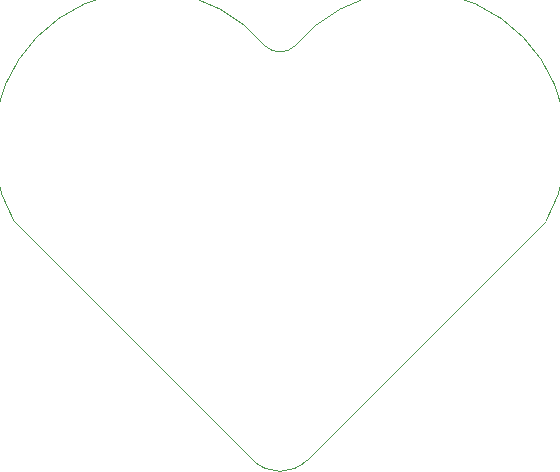
<source format=gm1>
G04 #@! TF.GenerationSoftware,KiCad,Pcbnew,(6.0.7)*
G04 #@! TF.CreationDate,2023-02-05T15:19:58+01:00*
G04 #@! TF.ProjectId,heart,68656172-742e-46b6-9963-61645f706362,v1.0.0*
G04 #@! TF.SameCoordinates,Original*
G04 #@! TF.FileFunction,Profile,NP*
%FSLAX46Y46*%
G04 Gerber Fmt 4.6, Leading zero omitted, Abs format (unit mm)*
G04 Created by KiCad (PCBNEW (6.0.7)) date 2023-02-05 15:19:58*
%MOMM*%
%LPD*%
G01*
G04 APERTURE LIST*
G04 #@! TA.AperFunction,Profile*
%ADD10C,0.100000*%
G04 #@! TD*
G04 APERTURE END LIST*
D10*
X125210000Y-71300000D02*
G75*
G03*
X127810000Y-71300000I1300000J1310932D01*
G01*
X124200000Y-106400000D02*
G75*
G03*
X128800000Y-106400000I2300000J2320159D01*
G01*
X149031821Y-86151533D02*
G75*
G03*
X127810000Y-71300000I-11258621J6500233D01*
G01*
X103977197Y-86151538D02*
X124200000Y-106400000D01*
X125209992Y-71300007D02*
G75*
G03*
X103977197Y-86151538I-9970642J-8348983D01*
G01*
X149031829Y-86151538D02*
X128800000Y-106400000D01*
M02*

</source>
